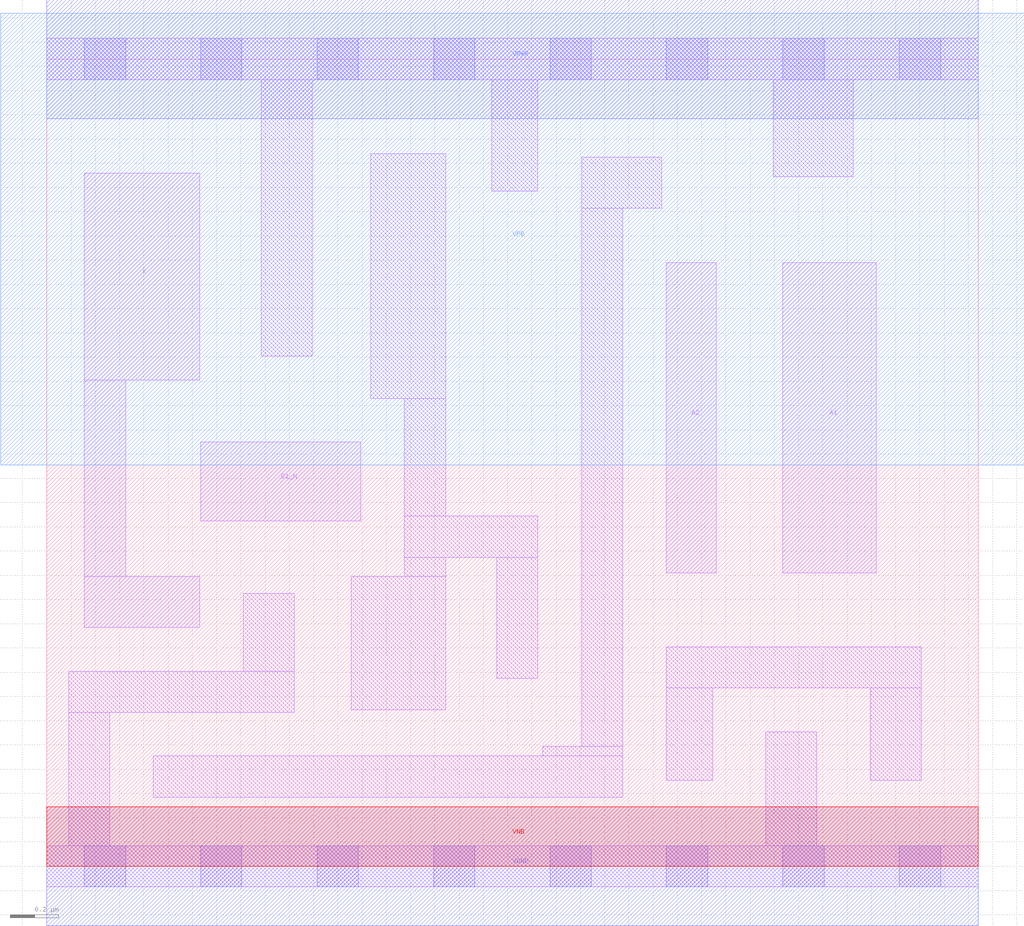
<source format=lef>
# Copyright 2020 The SkyWater PDK Authors
#
# Licensed under the Apache License, Version 2.0 (the "License");
# you may not use this file except in compliance with the License.
# You may obtain a copy of the License at
#
#     https://www.apache.org/licenses/LICENSE-2.0
#
# Unless required by applicable law or agreed to in writing, software
# distributed under the License is distributed on an "AS IS" BASIS,
# WITHOUT WARRANTIES OR CONDITIONS OF ANY KIND, either express or implied.
# See the License for the specific language governing permissions and
# limitations under the License.
#
# SPDX-License-Identifier: Apache-2.0

VERSION 5.7 ;
  NOWIREEXTENSIONATPIN ON ;
  DIVIDERCHAR "/" ;
  BUSBITCHARS "[]" ;
MACRO sky130_fd_sc_lp__o21ba_m
  CLASS CORE ;
  FOREIGN sky130_fd_sc_lp__o21ba_m ;
  ORIGIN  0.000000  0.000000 ;
  SIZE  3.840000 BY  3.330000 ;
  SYMMETRY X Y R90 ;
  SITE unit ;
  PIN A1
    ANTENNAGATEAREA  0.126000 ;
    DIRECTION INPUT ;
    USE SIGNAL ;
    PORT
      LAYER li1 ;
        RECT 3.035000 1.210000 3.420000 2.490000 ;
    END
  END A1
  PIN A2
    ANTENNAGATEAREA  0.126000 ;
    DIRECTION INPUT ;
    USE SIGNAL ;
    PORT
      LAYER li1 ;
        RECT 2.555000 1.210000 2.760000 2.490000 ;
    END
  END A2
  PIN B1_N
    ANTENNAGATEAREA  0.315000 ;
    DIRECTION INPUT ;
    USE SIGNAL ;
    PORT
      LAYER li1 ;
        RECT 0.635000 1.425000 1.295000 1.750000 ;
    END
  END B1_N
  PIN X
    ANTENNADIFFAREA  0.222600 ;
    DIRECTION OUTPUT ;
    USE SIGNAL ;
    PORT
      LAYER li1 ;
        RECT 0.155000 0.985000 0.630000 1.195000 ;
        RECT 0.155000 1.195000 0.325000 2.005000 ;
        RECT 0.155000 2.005000 0.630000 2.860000 ;
    END
  END X
  PIN VGND
    DIRECTION INOUT ;
    USE GROUND ;
    PORT
      LAYER met1 ;
        RECT 0.000000 -0.245000 3.840000 0.245000 ;
    END
  END VGND
  PIN VNB
    DIRECTION INOUT ;
    USE GROUND ;
    PORT
      LAYER pwell ;
        RECT 0.000000 0.000000 3.840000 0.245000 ;
    END
  END VNB
  PIN VPB
    DIRECTION INOUT ;
    USE POWER ;
    PORT
      LAYER nwell ;
        RECT -0.190000 1.655000 4.030000 3.520000 ;
    END
  END VPB
  PIN VPWR
    DIRECTION INOUT ;
    USE POWER ;
    PORT
      LAYER met1 ;
        RECT 0.000000 3.085000 3.840000 3.575000 ;
    END
  END VPWR
  OBS
    LAYER li1 ;
      RECT 0.000000 -0.085000 3.840000 0.085000 ;
      RECT 0.000000  3.245000 3.840000 3.415000 ;
      RECT 0.090000  0.085000 0.260000 0.635000 ;
      RECT 0.090000  0.635000 1.020000 0.805000 ;
      RECT 0.440000  0.285000 2.375000 0.455000 ;
      RECT 0.810000  0.805000 1.020000 1.125000 ;
      RECT 0.885000  2.105000 1.095000 3.245000 ;
      RECT 1.255000  0.645000 1.645000 1.195000 ;
      RECT 1.335000  1.930000 1.645000 2.940000 ;
      RECT 1.475000  1.195000 1.645000 1.275000 ;
      RECT 1.475000  1.275000 2.025000 1.445000 ;
      RECT 1.475000  1.445000 1.645000 1.930000 ;
      RECT 1.835000  2.785000 2.025000 3.245000 ;
      RECT 1.855000  0.775000 2.025000 1.275000 ;
      RECT 2.045000  0.455000 2.375000 0.495000 ;
      RECT 2.205000  0.495000 2.375000 2.715000 ;
      RECT 2.205000  2.715000 2.535000 2.925000 ;
      RECT 2.555000  0.355000 2.745000 0.735000 ;
      RECT 2.555000  0.735000 3.605000 0.905000 ;
      RECT 2.965000  0.085000 3.175000 0.555000 ;
      RECT 2.995000  2.845000 3.325000 3.245000 ;
      RECT 3.395000  0.355000 3.605000 0.735000 ;
    LAYER mcon ;
      RECT 0.155000 -0.085000 0.325000 0.085000 ;
      RECT 0.155000  3.245000 0.325000 3.415000 ;
      RECT 0.635000 -0.085000 0.805000 0.085000 ;
      RECT 0.635000  3.245000 0.805000 3.415000 ;
      RECT 1.115000 -0.085000 1.285000 0.085000 ;
      RECT 1.115000  3.245000 1.285000 3.415000 ;
      RECT 1.595000 -0.085000 1.765000 0.085000 ;
      RECT 1.595000  3.245000 1.765000 3.415000 ;
      RECT 2.075000 -0.085000 2.245000 0.085000 ;
      RECT 2.075000  3.245000 2.245000 3.415000 ;
      RECT 2.555000 -0.085000 2.725000 0.085000 ;
      RECT 2.555000  3.245000 2.725000 3.415000 ;
      RECT 3.035000 -0.085000 3.205000 0.085000 ;
      RECT 3.035000  3.245000 3.205000 3.415000 ;
      RECT 3.515000 -0.085000 3.685000 0.085000 ;
      RECT 3.515000  3.245000 3.685000 3.415000 ;
  END
END sky130_fd_sc_lp__o21ba_m
END LIBRARY

</source>
